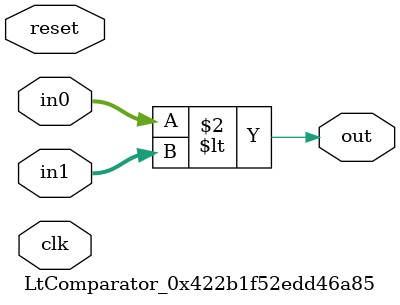
<source format=v>
module LtComparator_0x422b1f52edd46a85
(
  input  wire [   0:0] clk,
  input  wire [  15:0] in0,
  input  wire [  15:0] in1,
  output reg  [   0:0] out,
  input  wire [   0:0] reset
);



  // PYMTL SOURCE:
  //
  // @s.combinational
  // def comb_logic():
  //       s.out.value = s.in0 < s.in1

  // logic for comb_logic()
  always @ (*) begin
    out = (in0 < in1);
  end


endmodule
</source>
